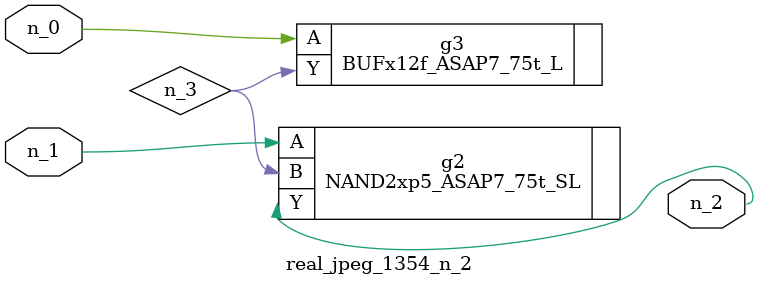
<source format=v>
module real_jpeg_1354_n_2 (n_1, n_0, n_2);

input n_1;
input n_0;

output n_2;

wire n_3;

BUFx12f_ASAP7_75t_L g3 ( 
.A(n_0),
.Y(n_3)
);

NAND2xp5_ASAP7_75t_SL g2 ( 
.A(n_1),
.B(n_3),
.Y(n_2)
);


endmodule
</source>
